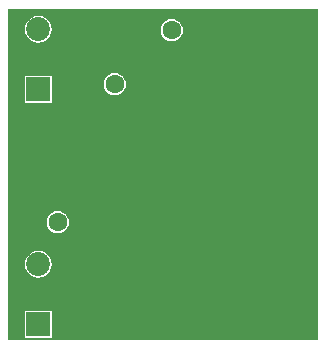
<source format=gbl>
G04*
G04 #@! TF.GenerationSoftware,Altium Limited,Altium Designer,20.1.14 (287)*
G04*
G04 Layer_Physical_Order=2*
G04 Layer_Color=16711680*
%FSLAX25Y25*%
%MOIN*%
G70*
G04*
G04 #@! TF.SameCoordinates,58FA20B0-04EF-4904-8C8B-07311CCFBB01*
G04*
G04*
G04 #@! TF.FilePolarity,Positive*
G04*
G01*
G75*
%ADD29C,0.07956*%
%ADD30R,0.07956X0.07956*%
%ADD36R,0.06299X0.06299*%
%ADD37C,0.06299*%
%ADD38R,0.06299X0.06299*%
%ADD39C,0.02362*%
G36*
X204197Y388803D02*
X100803D01*
Y499197D01*
X204197D01*
Y388803D01*
D02*
G37*
%LPC*%
G36*
X155500Y495681D02*
X154547Y495556D01*
X153659Y495188D01*
X152897Y494603D01*
X152312Y493841D01*
X151944Y492953D01*
X151819Y492000D01*
X151944Y491047D01*
X152312Y490160D01*
X152897Y489397D01*
X153659Y488812D01*
X154547Y488444D01*
X155500Y488319D01*
X156453Y488444D01*
X157341Y488812D01*
X158103Y489397D01*
X158688Y490160D01*
X159056Y491047D01*
X159181Y492000D01*
X159056Y492953D01*
X158688Y493841D01*
X158103Y494603D01*
X157341Y495188D01*
X156453Y495556D01*
X155500Y495681D01*
D02*
G37*
G36*
X111000Y496800D02*
X109831Y496646D01*
X108742Y496195D01*
X107806Y495477D01*
X107088Y494542D01*
X106637Y493452D01*
X106483Y492283D01*
X106637Y491115D01*
X107088Y490025D01*
X107806Y489090D01*
X108742Y488372D01*
X109831Y487921D01*
X111000Y487767D01*
X112169Y487921D01*
X113258Y488372D01*
X114194Y489090D01*
X114911Y490025D01*
X115363Y491115D01*
X115517Y492283D01*
X115363Y493452D01*
X114911Y494542D01*
X114194Y495477D01*
X113258Y496195D01*
X112169Y496646D01*
X111000Y496800D01*
D02*
G37*
G36*
X136500Y477681D02*
X135547Y477556D01*
X134660Y477188D01*
X133897Y476603D01*
X133312Y475841D01*
X132944Y474953D01*
X132819Y474000D01*
X132944Y473047D01*
X133312Y472159D01*
X133897Y471397D01*
X134660Y470812D01*
X135547Y470444D01*
X136500Y470319D01*
X137453Y470444D01*
X138340Y470812D01*
X139103Y471397D01*
X139688Y472159D01*
X140056Y473047D01*
X140181Y474000D01*
X140056Y474953D01*
X139688Y475841D01*
X139103Y476603D01*
X138340Y477188D01*
X137453Y477556D01*
X136500Y477681D01*
D02*
G37*
G36*
X115478Y476761D02*
X106522D01*
Y467805D01*
X115478D01*
Y476761D01*
D02*
G37*
G36*
X117500Y431681D02*
X116547Y431556D01*
X115659Y431188D01*
X114897Y430603D01*
X114312Y429841D01*
X113944Y428953D01*
X113819Y428000D01*
X113944Y427047D01*
X114312Y426159D01*
X114897Y425397D01*
X115659Y424812D01*
X116547Y424444D01*
X117500Y424319D01*
X118453Y424444D01*
X119341Y424812D01*
X120103Y425397D01*
X120688Y426159D01*
X121056Y427047D01*
X121181Y428000D01*
X121056Y428953D01*
X120688Y429841D01*
X120103Y430603D01*
X119341Y431188D01*
X118453Y431556D01*
X117500Y431681D01*
D02*
G37*
G36*
X111000Y418517D02*
X109831Y418363D01*
X108742Y417911D01*
X107806Y417194D01*
X107088Y416258D01*
X106637Y415169D01*
X106483Y414000D01*
X106637Y412831D01*
X107088Y411742D01*
X107806Y410806D01*
X108742Y410088D01*
X109831Y409637D01*
X111000Y409483D01*
X112169Y409637D01*
X113258Y410088D01*
X114194Y410806D01*
X114911Y411742D01*
X115363Y412831D01*
X115517Y414000D01*
X115363Y415169D01*
X114911Y416258D01*
X114194Y417194D01*
X113258Y417911D01*
X112169Y418363D01*
X111000Y418517D01*
D02*
G37*
G36*
X115478Y398478D02*
X106522D01*
Y389522D01*
X115478D01*
Y398478D01*
D02*
G37*
%LPD*%
D29*
X186984Y492283D02*
D03*
X111000D02*
D03*
X186984Y414000D02*
D03*
X111000D02*
D03*
D30*
X186984Y472284D02*
D03*
X111000D02*
D03*
X186984Y394000D02*
D03*
X111000D02*
D03*
D36*
X127500Y428000D02*
D03*
X165500Y492000D02*
D03*
D37*
X117500Y428000D02*
D03*
X155500Y492000D02*
D03*
X136500Y474000D02*
D03*
D38*
Y484000D02*
D03*
D39*
X160079Y477087D02*
D03*
X174870Y438000D02*
D03*
X135500D02*
D03*
Y410500D02*
D03*
Y418500D02*
D03*
Y425000D02*
D03*
X168500Y391000D02*
D03*
Y410000D02*
D03*
Y418500D02*
D03*
Y427000D02*
D03*
M02*

</source>
